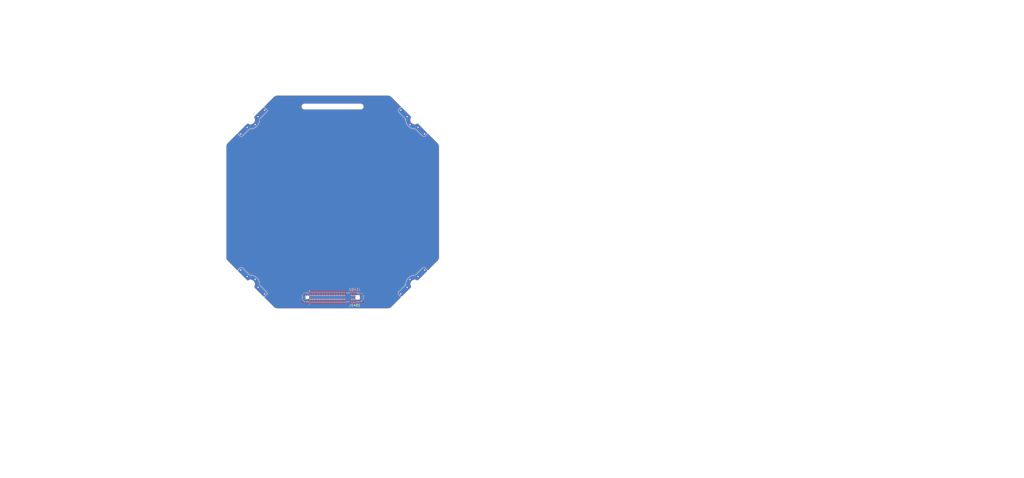
<source format=kicad_pcb>
(kicad_pcb (version 20240108) (generator "pcbnew") (generator_version "8.0")
  (title_block (title "bac PCB Template v1") (date "2025-02-26") (rev "2") (company "Build a CubeSat") (comment 1 "Manuel Imboden") (comment 2 "CC BY-SA 4.0") (comment 3 "https://buildacubesat.space"))
  (layers (0 "F.Cu" signal "F.Cu MIX") (1 "In1.Cu" power "In1.Cu GND") (2 "In2.Cu" power "In2.Cu PWR") (3 "In3.Cu" power "In3.Cu GND") (4 "In4.Cu" signal "In4.Cu SIG") (31 "B.Cu" mixed "B.Cu MIX") (34 "B.Paste" user) (35 "F.Paste" user) (36 "B.SilkS" user "B.Silkscreen") (37 "F.SilkS" user "F.Silkscreen") (38 "B.Mask" user) (39 "F.Mask" user) (44 "Edge.Cuts" user))
  (net 0 "")
  (footprint "bac MicroMod Main Board v1:bac-PCB-Rail-Pad" (layer "F.Cu") (at 182.75 132.75 -45)
    (property "Reference" "H102" (hide yes))
    (property "Value" "MountingHole_Pad")
    (pad "1" thru_hole circle (at -2.7 0.0257 315) (size 1 1) (drill 0.5) (layers "*.Cu" "*.Mask"))
    (pad "1" thru_hole circle (at -1.25 -6.7 315) (size 1 1) (drill 0.5) (layers "*.Cu" "*.Mask"))
    (pad "1" thru_hole circle (at -1.25 -3.05 315) (size 1 1) (drill 0.5) (layers "*.Cu" "*.Mask"))
    (pad "1" thru_hole circle (at -1.25 3.05 315) (size 1 1) (drill 0.5) (layers "*.Cu" "*.Mask"))
    (pad "1" thru_hole circle (at -1.25 6.7 315) (size 1 1) (drill 0.5) (layers "*.Cu" "*.Mask"))
    (pad "1" smd custom (at -1.1 -5.8 315) (size 1 1) (layers "F.Cu" "F.Mask") (options (clearance outline) (anchor circle)) (primitives (gr_poly (pts (xy 0.85 -1.06848) (xy 0.84983 -1.081517) (xy 0.848289 -1.1406) (arc (start 0.831368 -1.20375) (mid 0.810345 -1.265682) (end 0.781418 -1.32434)) (xy 0.74873 -1.380956) (xy 0.655956 -1.47373) (arc (start 0.59934 -1.506418) (mid 0.540682 -1.535345) (end 0.47875 -1.556368)) (arc (start 0.472788 -1.557966) (mid 0.415099 -1.569833) (end 0.356415 -1.574833)) (xy 0.349999 -1.575) (xy -0.649999 -1.575) (arc (start -0.656415 -1.574833) (mid -0.715099 -1.569832) (end -0.772788 -1.557965)) (xy -0.842332 -1.539331) (arc (start -0.898949 -1.506643) (mid -0.95333 -1.470307) (end -1.002502 -1.427184)) (xy -1.04873 -1.380956) (arc (start -1.081418 -1.32434) (mid -1.110345 -1.265682) (end -1.131368 -1.20375)) (xy -1.148289 -1.1406) (xy -1.14983 -1.081517) (xy -1.15 -1.06848) (xy -1.149998 3.110002) (xy -1.269759 3.212733) (xy -1.302693 3.243674) (xy -1.520493 3.467667) (xy -1.554385 3.506313) (xy -1.746105 3.749038) (xy -1.77585 3.790959) (xy -1.941637 4.052083) (xy -1.966921 4.096838) (xy -2.105022 4.373604) (xy -2.125578 4.420719) (xy -2.234532 4.710201) (xy -2.250141 4.759175) (xy -2.3288 5.058314) (xy -2.3393 5.108635) (xy -2.386829 5.414267) (xy -2.392107 5.465399) (xy -2.408006 5.774298) (xy -2.408006 5.8257) (xy -2.392107 6.134599) (xy -2.386829 6.18573) (xy -2.3393 6.491364) (xy -2.3288 6.541682) (xy -2.250143 6.840822) (xy -2.234532 6.889797) (xy -2.125579 7.179278) (xy -2.105023 7.226393) (xy -1.966923 7.503159) (xy -1.941638 7.547913) (xy -1.775852 7.809039) (xy -1.746107 7.85096) (xy -1.554388 8.093684) (xy -1.520495 8.132331) (xy -1.302695 8.356324) (xy -1.269761 8.387265) (xy -1.15 8.489996) (xy -1.15 12.674999) (arc (start -1.149833 12.681415) (mid -1.144833 12.740099) (end -1.132966 12.797788)) (arc (start -1.131368 12.80375) (mid -1.110345 12.865682) (end -1.081418 12.92434)) (xy -1.04873 12.980956) (arc (start -1.002502 13.027184) (mid -0.95333 13.070307) (end -0.898949 13.106643)) (xy -0.842332 13.139331) (xy -0.7156 13.173289) (xy -0.656517 13.17483) (xy -0.64348 13.175) (xy 0.34348 13.175) (xy 0.356517 13.17483) (xy 0.4156 13.173289) (arc (start 0.47875 13.156368) (mid 0.540682 13.135345) (end 0.59934 13.106418)) (xy 0.655956 13.07373) (arc (start 0.702184 13.027502) (mid 0.745307 12.97833) (end 0.781643 12.923949)) (xy 0.814331 12.867332) (xy 0.848289 12.7406) (xy 0.84983 12.681517) (xy 0.85 12.66848) (arc (start 0.85 7.987621) (mid 0.764378 7.707815) (end 0.536835 7.52384)) (arc (start 0.064208 7.333441) (mid -0.008566 7.296981) (end -0.074461 7.249196)) (xy -0.188413 7.151467) (xy -0.239394 7.100959) (xy -0.368611 6.953104) (xy -0.411834 6.895822) (xy -0.518556 6.730991) (xy -0.553135 6.668109) (xy -0.635161 6.4897) (xy -0.660381 6.422516) (xy -0.716023 6.2342) (xy -0.731366 6.164097) (xy -0.759476 5.969757) (xy -0.764626 5.89818) (xy -0.764626 5.701818) (xy -0.759476 5.630241) (xy -0.731366 5.4359) (xy -0.716023 5.365798) (xy -0.660381 5.177482) (xy -0.635161 5.1103) (xy -0.553135 4.931889) (xy -0.518556 4.869006) (xy -0.411836 4.704178) (xy -0.368611 4.646893) (xy -0.239393 4.499039) (xy -0.188414 4.448533) (xy -0.03936 4.320699) (xy 0.018325 4.27801) (arc (start 0.160337 4.187931) (mid 0.216258 4.157276) (end 0.275626 4.133988)) (arc (start 0.502529 4.061305) (mid 0.753896 3.879871) (end 0.85 3.585138))) (width 0) (fill yes))))
    (pad "1" smd custom (at -1.1 -5.8 315) (size 1 1) (layers "B.Cu" "B.Mask") (options (clearance outline) (anchor circle)) (primitives (gr_poly (pts (xy 0.85 -1.06848) (xy 0.84983 -1.081517) (xy 0.848289 -1.1406) (arc (start 0.831368 -1.20375) (mid 0.810345 -1.265682) (end 0.781418 -1.32434)) (xy 0.74873 -1.380956) (xy 0.655956 -1.47373) (arc (start 0.59934 -1.506418) (mid 0.540682 -1.535345) (end 0.47875 -1.556368)) (arc (start 0.472788 -1.557966) (mid 0.415099 -1.569833) (end 0.356415 -1.574833)) (xy 0.349999 -1.575) (xy -0.649999 -1.575) (arc (start -0.656415 -1.574833) (mid -0.715099 -1.569832) (end -0.772788 -1.557965)) (xy -0.842332 -1.539331) (arc (start -0.898949 -1.506643) (mid -0.95333 -1.470307) (end -1.002502 -1.427184)) (xy -1.04873 -1.380956) (arc (start -1.081418 -1.32434) (mid -1.110345 -1.265682) (end -1.131368 -1.20375)) (xy -1.148289 -1.1406) (xy -1.14983 -1.081517) (xy -1.15 -1.06848) (xy -1.149998 3.110002) (xy -1.269759 3.212733) (xy -1.302693 3.243674) (xy -1.520493 3.467667) (xy -1.554385 3.506313) (xy -1.746105 3.749038) (xy -1.77585 3.790959) (xy -1.941637 4.052083) (xy -1.966921 4.096838) (xy -2.105022 4.373604) (xy -2.125578 4.420719) (xy -2.234532 4.710201) (xy -2.250141 4.759175) (xy -2.3288 5.058314) (xy -2.3393 5.108635) (xy -2.386829 5.414267) (xy -2.392107 5.465399) (xy -2.408006 5.774298) (xy -2.408006 5.8257) (xy -2.392107 6.134599) (xy -2.386829 6.18573) (xy -2.3393 6.491364) (xy -2.3288 6.541682) (xy -2.250143 6.840822) (xy -2.234532 6.889797) (xy -2.125579 7.179278) (xy -2.105023 7.226393) (xy -1.966923 7.503159) (xy -1.941638 7.547913) (xy -1.775852 7.809039) (xy -1.746107 7.85096) (xy -1.554388 8.093684) (xy -1.520495 8.132331) (xy -1.302695 8.356324) (xy -1.269761 8.387265) (xy -1.15 8.489996) (xy -1.15 12.674999) (arc (start -1.149833 12.681415) (mid -1.144833 12.740099) (end -1.132966 12.797788)) (arc (start -1.131368 12.80375) (mid -1.110345 12.865682) (end -1.081418 12.92434)) (xy -1.04873 12.980956) (arc (start -1.002502 13.027184) (mid -0.95333 13.070307) (end -0.898949 13.106643)) (xy -0.842332 13.139331) (xy -0.7156 13.173289) (xy -0.656517 13.17483) (xy -0.64348 13.175) (xy 0.34348 13.175) (xy 0.356517 13.17483) (xy 0.4156 13.173289) (arc (start 0.47875 13.156368) (mid 0.540682 13.135345) (end 0.59934 13.106418)) (xy 0.655956 13.07373) (arc (start 0.702184 13.027502) (mid 0.745307 12.97833) (end 0.781643 12.923949)) (xy 0.814331 12.867332) (xy 0.848289 12.7406) (xy 0.84983 12.681517) (xy 0.85 12.66848) (arc (start 0.85 7.987621) (mid 0.764378 7.707815) (end 0.536835 7.52384)) (arc (start 0.064208 7.333441) (mid -0.008566 7.296981) (end -0.074461 7.249196)) (xy -0.188413 7.151467) (xy -0.239394 7.100959) (xy -0.368611 6.953104) (xy -0.411834 6.895822) (xy -0.518556 6.730991) (xy -0.553135 6.668109) (xy -0.635161 6.4897) (xy -0.660381 6.422516) (xy -0.716023 6.2342) (xy -0.731366 6.164097) (xy -0.759476 5.969757) (xy -0.764626 5.89818) (xy -0.764626 5.701818) (xy -0.759476 5.630241) (xy -0.731366 5.4359) (xy -0.716023 5.365798) (xy -0.660381 5.177482) (xy -0.635161 5.1103) (xy -0.553135 4.931889) (xy -0.518556 4.869006) (xy -0.411836 4.704178) (xy -0.368611 4.646893) (xy -0.239393 4.499039) (xy -0.188414 4.448533) (xy -0.03936 4.320699) (xy 0.018325 4.27801) (arc (start 0.160337 4.187931) (mid 0.216258 4.157276) (end 0.275626 4.133988)) (arc (start 0.502529 4.061305) (mid 0.753896 3.879871) (end 0.85 3.585138))) (width 0) (fill yes))))
  )
  (footprint "bac EPS v1:bac-M.2-Key-M-bacBus-Connector-ReflowSolder" (layer "F.Cu") (at 150 138 180)
    (property "Reference" "J1401" (at -8.825 -3.135 180) (layer "F.SilkS"))
    (property "Value" "MDT350M01001VT")
    (fp_line (start 11.3 -1.75) (end 11.905 -1.145) (stroke (width 0.127)) (layer "F.SilkS"))
    (fp_line (start 10.5 1.75) (end 9.75 1.75) (stroke (width 0.127)) (layer "F.SilkS"))
    (fp_line (start 9.47 -1.75) (end 11.3 -1.75) (stroke (width 0.127)) (layer "F.SilkS"))
    (fp_line (start -6.7 1.75) (end -5.3 1.75) (stroke (width 0.127)) (layer "F.SilkS"))
    (fp_line (start -6.9 -1.75) (end -5.6 -1.75) (stroke (width 0.127)) (layer "F.SilkS"))
    (fp_line (start -10.5 1.75) (end -9.75 1.75) (stroke (width 0.127)) (layer "F.SilkS"))
    (fp_line (start -11.3 -1.75) (end -9.47 -1.75) (stroke (width 0.127)) (layer "F.SilkS"))
    (fp_line (start -11.905 -1.145) (end -11.3 -1.75) (stroke (width 0.127)) (layer "F.SilkS"))
    (fp_circle (center 9.25 2.619) (end 9.35 2.619) (stroke (width 0.2)) (fill none) (layer "F.SilkS"))
    (pad "" np_thru_hole circle (at -10 0 180) (size 1.65 1.65) (drill 1.65) (layers "*.Cu" "*.Mask"))
    (pad "" np_thru_hole circle (at 10 0 180) (size 1.15 1.15) (drill 1.15) (layers "*.Cu" "*.Mask"))
    (pad "1" smd rect (at 9.25 1.4 180) (size 0.3 1.2) (layers "F.Cu" "F.Paste" "F.Mask"))
    (pad "2" smd rect (at 9 -1.4 180) (size 0.3 1.2) (layers "F.Cu" "F.Paste" "F.Mask"))
    (pad "3" smd rect (at 8.75 1.4 180) (size 0.3 1.2) (layers "F.Cu" "F.Paste" "F.Mask"))
    (pad "4" smd rect (at 8.5 -1.4 180) (size 0.3 1.2) (layers "F.Cu" "F.Paste" "F.Mask"))
    (pad "5" smd rect (at 8.25 1.4 180) (size 0.3 1.2) (layers "F.Cu" "F.Paste" "F.Mask"))
    (pad "6" smd rect (at 8 -1.4 180) (size 0.3 1.2) (layers "F.Cu" "F.Paste" "F.Mask"))
    (pad "7" smd rect (at 7.75 1.4 180) (size 0.3 1.2) (layers "F.Cu" "F.Paste" "F.Mask"))
    (pad "8" smd rect (at 7.5 -1.4 180) (size 0.3 1.2) (layers "F.Cu" "F.Paste" "F.Mask"))
    (pad "9" smd rect (at 7.25 1.4 180) (size 0.3 1.2) (layers "F.Cu" "F.Paste" "F.Mask"))
    (pad "10" smd rect (at 7 -1.4 180) (size 0.3 1.2) (layers "F.Cu" "F.Paste" "F.Mask"))
    (pad "11" smd rect (at 6.75 1.4 180) (size 0.3 1.2) (layers "F.Cu" "F.Paste" "F.Mask"))
    (pad "12" smd rect (at 6.5 -1.4 180) (size 0.3 1.2) (layers "F.Cu" "F.Paste" "F.Mask"))
    (pad "13" smd rect (at 6.25 1.4 180) (size 0.3 1.2) (layers "F.Cu" "F.Paste" "F.Mask"))
    (pad "14" smd rect (at 6 -1.4 180) (size 0.3 1.2) (layers "F.Cu" "F.Paste" "F.Mask"))
    (pad "15" smd rect (at 5.75 1.4 180) (size 0.3 1.2) (layers "F.Cu" "F.Paste" "F.Mask"))
    (pad "16" smd rect (at 5.5 -1.4 180) (size 0.3 1.2) (layers "F.Cu" "F.Paste" "F.Mask"))
    (pad "17" smd rect (at 5.25 1.4 180) (size 0.3 1.2) (layers "F.Cu" "F.Paste" "F.Mask"))
    (pad "18" smd rect (at 5 -1.4 180) (size 0.3 1.2) (layers "F.Cu" "F.Paste" "F.Mask"))
    (pad "19" smd rect (at 4.75 1.4 180) (size 0.3 1.2) (layers "F.Cu" "F.Paste" "F.Mask"))
    (pad "20" smd rect (at 4.5 -1.4 180) (size 0.3 1.2) (layers "F.Cu" "F.Paste" "F.Mask"))
    (pad "21" smd rect (at 4.25 1.4 180) (size 0.3 1.2) (layers "F.Cu" "F.Paste" "F.Mask"))
    (pad "22" smd rect (at 4 -1.4 180) (size 0.3 1.2) (layers "F.Cu" "F.Paste" "F.Mask"))
    (pad "23" smd rect (at 3.75 1.4 180) (size 0.3 1.2) (layers "F.Cu" "F.Paste" "F.Mask"))
    (pad "24" smd rect (at 3.5 -1.4 180) (size 0.3 1.2) (layers "F.Cu" "F.Paste" "F.Mask"))
    (pad "25" smd rect (at 3.25 1.4 180) (size 0.3 1.2) (layers "F.Cu" "F.Paste" "F.Mask"))
    (pad "26" smd rect (at 3 -1.4 180) (size 0.3 1.2) (layers "F.Cu" "F.Paste" "F.Mask"))
    (pad "27" smd rect (at 2.75 1.4 180) (size 0.3 1.2) (layers "F.Cu" "F.Paste" "F.Mask"))
    (pad "28" smd rect (at 2.5 -1.4 180) (size 0.3 1.2) (layers "F.Cu" "F.Paste" "F.Mask"))
    (pad "29" smd rect (at 2.25 1.4 180) (size 0.3 1.2) (layers "F.Cu" "F.Paste" "F.Mask"))
    (pad "30" smd rect (at 2 -1.4 180) (size 0.3 1.2) (layers "F.Cu" "F.Paste" "F.Mask"))
    (pad "31" smd rect (at 1.75 1.4 180) (size 0.3 1.2) (layers "F.Cu" "F.Paste" "F.Mask"))
    (pad "32" smd rect (at 1.5 -1.4 180) (size 0.3 1.2) (layers "F.Cu" "F.Paste" "F.Mask"))
    (pad "33" smd rect (at 1.25 1.4 180) (size 0.3 1.2) (layers "F.Cu" "F.Paste" "F.Mask"))
    (pad "34" smd rect (at 1 -1.4 180) (size 0.3 1.2) (layers "F.Cu" "F.Paste" "F.Mask"))
    (pad "35" smd rect (at 0.75 1.4 180) (size 0.3 1.2) (layers "F.Cu" "F.Paste" "F.Mask"))
    (pad "36" smd rect (at 0.5 -1.4 180) (size 0.3 1.2) (layers "F.Cu" "F.Paste" "F.Mask"))
    (pad "37" smd rect (at 0.25 1.4 180) (size 0.3 1.2) (layers "F.Cu" "F.Paste" "F.Mask"))
    (pad "38" smd rect (at 0 -1.4 180) (size 0.3 1.2) (layers "F.Cu" "F.Paste" "F.Mask"))
    (pad "39" smd rect (at -0.25 1.4 180) (size 0.3 1.2) (layers "F.Cu" "F.Paste" "F.Mask"))
    (pad "40" smd rect (at -0.5 -1.4 180) (size 0.3 1.2) (layers "F.Cu" "F.Paste" "F.Mask"))
    (pad "41" smd rect (at -0.75 1.4 180) (size 0.3 1.2) (layers "F.Cu" "F.Paste" "F.Mask"))
    (pad "42" smd rect (at -1 -1.4 180) (size 0.3 1.2) (layers "F.Cu" "F.Paste" "F.Mask"))
    (pad "43" smd rect (at -1.25 1.4 180) (size 0.3 1.2) (layers "F.Cu" "F.Paste" "F.Mask"))
    (pad "44" smd rect (at -1.5 -1.4 180) (size 0.3 1.2) (layers "F.Cu" "F.Paste" "F.Mask"))
    (pad "45" smd rect (at -1.75 1.4 180) (size 0.3 1.2) (layers "F.Cu" "F.Paste" "F.Mask"))
    (pad "46" smd rect (at -2 -1.4 180) (size 0.3 1.2) (layers "F.Cu" "F.Paste" "F.Mask"))
    (pad "47" smd rect (at -2.25 1.4 180) (size 0.3 1.2) (layers "F.Cu" "F.Paste" "F.Mask"))
    (pad "48" smd rect (at -2.5 -1.4 180) (size 0.3 1.2) (layers "F.Cu" "F.Paste" "F.Mask"))
    (pad "49" smd rect (at -2.75 1.4 180) (size 0.3 1.2) (layers "F.Cu" "F.Paste" "F.Mask"))
    (pad "50" smd rect (at -3 -1.4 180) (size 0.3 1.2) (layers "F.Cu" "F.Paste" "F.Mask"))
    (pad "51" smd rect (at -3.25 1.4 180) (size 0.3 1.2) (layers "F.Cu" "F.Paste" "F.Mask"))
    (pad "52" smd rect (at -3.5 -1.4 180) (size 0.3 1.2) (layers "F.Cu" "F.Paste" "F.Mask"))
    (pad "53" smd rect (at -3.75 1.4 180) (size 0.3 1.2) (layers "F.Cu" "F.Paste" "F.Mask"))
    (pad "54" smd rect (at -4 -1.4 180) (size 0.3 1.2) (layers "F.Cu" "F.Paste" "F.Mask"))
    (pad "55" smd rect (at -4.25 1.4 180) (size 0.3 1.2) (layers "F.Cu" "F.Paste" "F.Mask"))
    (pad "56" smd rect (at -4.5 -1.4 180) (size 0.3 1.2) (layers "F.Cu" "F.Paste" "F.Mask"))
    (pad "57" smd rect (at -4.75 1.4 180) (size 0.3 1.2) (layers "F.Cu" "F.Paste" "F.Mask"))
    (pad "58" smd rect (at -5 -1.4 180) (size 0.3 1.2) (layers "F.Cu" "F.Paste" "F.Mask"))
    (pad "67" smd rect (at -7.25 1.4 180) (size 0.3 1.2) (layers "F.Cu" "F.Paste" "F.Mask"))
    (pad "68" smd rect (at -7.5 -1.4 180) (size 0.3 1.2) (layers "F.Cu" "F.Paste" "F.Mask"))
    (pad "69" smd rect (at -7.75 1.4 180) (size 0.3 1.2) (layers "F.Cu" "F.Paste" "F.Mask"))
    (pad "70" smd rect (at -8 -1.4 180) (size 0.3 1.2) (layers "F.Cu" "F.Paste" "F.Mask"))
    (pad "71" smd rect (at -8.25 1.4 180) (size 0.3 1.2) (layers "F.Cu" "F.Paste" "F.Mask"))
    (pad "72" smd rect (at -8.5 -1.4 180) (size 0.3 1.2) (layers "F.Cu" "F.Paste" "F.Mask"))
    (pad "73" smd rect (at -8.75 1.4 180) (size 0.3 1.2) (layers "F.Cu" "F.Paste" "F.Mask"))
    (pad "74" smd rect (at -9 -1.4 180) (size 0.3 1.2) (layers "F.Cu" "F.Paste" "F.Mask"))
    (pad "75" smd rect (at -9.25 1.4 180) (size 0.3 1.2) (layers "F.Cu" "F.Paste" "F.Mask"))
    (pad "S1" smd rect (at -11.45 0.55 180) (size 1.2 2.75) (layers "F.Cu" "F.Paste" "F.Mask"))
    (pad "S2" smd rect (at 11.45 0.55 180) (size 1.2 2.75) (layers "F.Cu" "F.Paste" "F.Mask"))
  )
  (footprint "bac MicroMod Main Board v1:bac-PCB-Rail-Pad" (layer "F.Cu") (at 182.75 67.275 45)
    (property "Reference" "H103" (hide yes))
    (property "Value" "MountingHole_Pad")
    (pad "1" thru_hole circle (at -2.7 0.0257 45) (size 1 1) (drill 0.5) (layers "*.Cu" "*.Mask"))
    (pad "1" thru_hole circle (at -1.25 -6.7 45) (size 1 1) (drill 0.5) (layers "*.Cu" "*.Mask"))
    (pad "1" thru_hole circle (at -1.25 -3.05 45) (size 1 1) (drill 0.5) (layers "*.Cu" "*.Mask"))
    (pad "1" thru_hole circle (at -1.25 3.05 45) (size 1 1) (drill 0.5) (layers "*.Cu" "*.Mask"))
    (pad "1" thru_hole circle (at -1.25 6.7 45) (size 1 1) (drill 0.5) (layers "*.Cu" "*.Mask"))
    (pad "1" smd custom (at -1.1 -5.8 45) (size 1 1) (layers "F.Cu" "F.Mask") (options (clearance outline) (anchor circle)) (primitives (gr_poly (pts (xy 0.85 -1.06848) (xy 0.84983 -1.081517) (xy 0.848289 -1.1406) (arc (start 0.831368 -1.20375) (mid 0.810345 -1.265682) (end 0.781418 -1.32434)) (xy 0.74873 -1.380956) (xy 0.655956 -1.47373) (arc (start 0.59934 -1.506418) (mid 0.540682 -1.535345) (end 0.47875 -1.556368)) (arc (start 0.472788 -1.557966) (mid 0.415099 -1.569833) (end 0.356415 -1.574833)) (xy 0.349999 -1.575) (xy -0.649999 -1.575) (arc (start -0.656415 -1.574833) (mid -0.715099 -1.569832) (end -0.772788 -1.557965)) (xy -0.842332 -1.539331) (arc (start -0.898949 -1.506643) (mid -0.95333 -1.470307) (end -1.002502 -1.427184)) (xy -1.04873 -1.380956) (arc (start -1.081418 -1.32434) (mid -1.110345 -1.265682) (end -1.131368 -1.20375)) (xy -1.148289 -1.1406) (xy -1.14983 -1.081517) (xy -1.15 -1.06848) (xy -1.149998 3.110002) (xy -1.269759 3.212733) (xy -1.302693 3.243674) (xy -1.520493 3.467667) (xy -1.554385 3.506313) (xy -1.746105 3.749038) (xy -1.77585 3.790959) (xy -1.941637 4.052083) (xy -1.966921 4.096838) (xy -2.105022 4.373604) (xy -2.125578 4.420719) (xy -2.234532 4.710201) (xy -2.250141 4.759175) (xy -2.3288 5.058314) (xy -2.3393 5.108635) (xy -2.386829 5.414267) (xy -2.392107 5.465399) (xy -2.408006 5.774298) (xy -2.408006 5.8257) (xy -2.392107 6.134599) (xy -2.386829 6.18573) (xy -2.3393 6.491364) (xy -2.3288 6.541682) (xy -2.250143 6.840822) (xy -2.234532 6.889797) (xy -2.125579 7.179278) (xy -2.105023 7.226393) (xy -1.966923 7.503159) (xy -1.941638 7.547913) (xy -1.775852 7.809039) (xy -1.746107 7.85096) (xy -1.554388 8.093684) (xy -1.520495 8.132331) (xy -1.302695 8.356324) (xy -1.269761 8.387265) (xy -1.15 8.489996) (xy -1.15 12.674999) (arc (start -1.149833 12.681415) (mid -1.144833 12.740099) (end -1.132966 12.797788)) (arc (start -1.131368 12.80375) (mid -1.110345 12.865682) (end -1.081418 12.92434)) (xy -1.04873 12.980956) (arc (start -1.002502 13.027184) (mid -0.95333 13.070307) (end -0.898949 13.106643)) (xy -0.842332 13.139331) (xy -0.7156 13.173289) (xy -0.656517 13.17483) (xy -0.64348 13.175) (xy 0.34348 13.175) (xy 0.356517 13.17483) (xy 0.4156 13.173289) (arc (start 0.47875 13.156368) (mid 0.540682 13.135345) (end 0.59934 13.106418)) (xy 0.655956 13.07373) (arc (start 0.702184 13.027502) (mid 0.745307 12.97833) (end 0.781643 12.923949)) (xy 0.814331 12.867332) (xy 0.848289 12.7406) (xy 0.84983 12.681517) (xy 0.85 12.66848) (arc (start 0.85 7.987621) (mid 0.764378 7.707815) (end 0.536835 7.52384)) (arc (start 0.064208 7.333441) (mid -0.008566 7.296981) (end -0.074461 7.249196)) (xy -0.188413 7.151467) (xy -0.239394 7.100959) (xy -0.368611 6.953104) (xy -0.411834 6.895822) (xy -0.518556 6.730991) (xy -0.553135 6.668109) (xy -0.635161 6.4897) (xy -0.660381 6.422516) (xy -0.716023 6.2342) (xy -0.731366 6.164097) (xy -0.759476 5.969757) (xy -0.764626 5.89818) (xy -0.764626 5.701818) (xy -0.759476 5.630241) (xy -0.731366 5.4359) (xy -0.716023 5.365798) (xy -0.660381 5.177482) (xy -0.635161 5.1103) (xy -0.553135 4.931889) (xy -0.518556 4.869006) (xy -0.411836 4.704178) (xy -0.368611 4.646893) (xy -0.239393 4.499039) (xy -0.188414 4.448533) (xy -0.03936 4.320699) (xy 0.018325 4.27801) (arc (start 0.160337 4.187931) (mid 0.216258 4.157276) (end 0.275626 4.133988)) (arc (start 0.502529 4.061305) (mid 0.753896 3.879871) (end 0.85 3.585138))) (width 0) (fill yes))))
    (pad "1" smd custom (at -1.1 -5.8 45) (size 1 1) (layers "B.Cu" "B.Mask") (options (clearance outline) (anchor circle)) (primitives (gr_poly (pts (xy 0.85 -1.06848) (xy 0.84983 -1.081517) (xy 0.848289 -1.1406) (arc (start 0.831368 -1.20375) (mid 0.810345 -1.265682) (end 0.781418 -1.32434)) (xy 0.74873 -1.380956) (xy 0.655956 -1.47373) (arc (start 0.59934 -1.506418) (mid 0.540682 -1.535345) (end 0.47875 -1.556368)) (arc (start 0.472788 -1.557966) (mid 0.415099 -1.569833) (end 0.356415 -1.574833)) (xy 0.349999 -1.575) (xy -0.649999 -1.575) (arc (start -0.656415 -1.574833) (mid -0.715099 -1.569832) (end -0.772788 -1.557965)) (xy -0.842332 -1.539331) (arc (start -0.898949 -1.506643) (mid -0.95333 -1.470307) (end -1.002502 -1.427184)) (xy -1.04873 -1.380956) (arc (start -1.081418 -1.32434) (mid -1.110345 -1.265682) (end -1.131368 -1.20375)) (xy -1.148289 -1.1406) (xy -1.14983 -1.081517) (xy -1.15 -1.06848) (xy -1.149998 3.110002) (xy -1.269759 3.212733) (xy -1.302693 3.243674) (xy -1.520493 3.467667) (xy -1.554385 3.506313) (xy -1.746105 3.749038) (xy -1.77585 3.790959) (xy -1.941637 4.052083) (xy -1.966921 4.096838) (xy -2.105022 4.373604) (xy -2.125578 4.420719) (xy -2.234532 4.710201) (xy -2.250141 4.759175) (xy -2.3288 5.058314) (xy -2.3393 5.108635) (xy -2.386829 5.414267) (xy -2.392107 5.465399) (xy -2.408006 5.774298) (xy -2.408006 5.8257) (xy -2.392107 6.134599) (xy -2.386829 6.18573) (xy -2.3393 6.491364) (xy -2.3288 6.541682) (xy -2.250143 6.840822) (xy -2.234532 6.889797) (xy -2.125579 7.179278) (xy -2.105023 7.226393) (xy -1.966923 7.503159) (xy -1.941638 7.547913) (xy -1.775852 7.809039) (xy -1.746107 7.85096) (xy -1.554388 8.093684) (xy -1.520495 8.132331) (xy -1.302695 8.356324) (xy -1.269761 8.387265) (xy -1.15 8.489996) (xy -1.15 12.674999) (arc (start -1.149833 12.681415) (mid -1.144833 12.740099) (end -1.132966 12.797788)) (arc (start -1.131368 12.80375) (mid -1.110345 12.865682) (end -1.081418 12.92434)) (xy -1.04873 12.980956) (arc (start -1.002502 13.027184) (mid -0.95333 13.070307) (end -0.898949 13.106643)) (xy -0.842332 13.139331) (xy -0.7156 13.173289) (xy -0.656517 13.17483) (xy -0.64348 13.175) (xy 0.34348 13.175) (xy 0.356517 13.17483) (xy 0.4156 13.173289) (arc (start 0.47875 13.156368) (mid 0.540682 13.135345) (end 0.59934 13.106418)) (xy 0.655956 13.07373) (arc (start 0.702184 13.027502) (mid 0.745307 12.97833) (end 0.781643 12.923949)) (xy 0.814331 12.867332) (xy 0.848289 12.7406) (xy 0.84983 12.681517) (xy 0.85 12.66848) (arc (start 0.85 7.987621) (mid 0.764378 7.707815) (end 0.536835 7.52384)) (arc (start 0.064208 7.333441) (mid -0.008566 7.296981) (end -0.074461 7.249196)) (xy -0.188413 7.151467) (xy -0.239394 7.100959) (xy -0.368611 6.953104) (xy -0.411834 6.895822) (xy -0.518556 6.730991) (xy -0.553135 6.668109) (xy -0.635161 6.4897) (xy -0.660381 6.422516) (xy -0.716023 6.2342) (xy -0.731366 6.164097) (xy -0.759476 5.969757) (xy -0.764626 5.89818) (xy -0.764626 5.701818) (xy -0.759476 5.630241) (xy -0.731366 5.4359) (xy -0.716023 5.365798) (xy -0.660381 5.177482) (xy -0.635161 5.1103) (xy -0.553135 4.931889) (xy -0.518556 4.869006) (xy -0.411836 4.704178) (xy -0.368611 4.646893) (xy -0.239393 4.499039) (xy -0.188414 4.448533) (xy -0.03936 4.320699) (xy 0.018325 4.27801) (arc (start 0.160337 4.187931) (mid 0.216258 4.157276) (end 0.275626 4.133988)) (arc (start 0.502529 4.061305) (mid 0.753896 3.879871) (end 0.85 3.585138))) (width 0) (fill yes))))
  )
  (footprint "bac MicroMod Main Board v1:bac-PCB-Rail-Pad" (layer "F.Cu") (at 117.25 132.75 -135)
    (property "Reference" "H101" (hide yes))
    (property "Value" "MountingHole_Pad")
    (pad "1" thru_hole circle (at -2.7 0.0257 225) (size 1 1) (drill 0.5) (layers "*.Cu" "*.Mask"))
    (pad "1" thru_hole circle (at -1.25 -6.7 225) (size 1 1) (drill 0.5) (layers "*.Cu" "*.Mask"))
    (pad "1" thru_hole circle (at -1.25 -3.05 225) (size 1 1) (drill 0.5) (layers "*.Cu" "*.Mask"))
    (pad "1" thru_hole circle (at -1.25 3.05 225) (size 1 1) (drill 0.5) (layers "*.Cu" "*.Mask"))
    (pad "1" thru_hole circle (at -1.25 6.7 225) (size 1 1) (drill 0.5) (layers "*.Cu" "*.Mask"))
    (pad "1" smd custom (at -1.1 -5.8 225) (size 1 1) (layers "F.Cu" "F.Mask") (options (clearance outline) (anchor circle)) (primitives (gr_poly (pts (xy 0.85 -1.06848) (xy 0.84983 -1.081517) (xy 0.848289 -1.1406) (arc (start 0.831368 -1.20375) (mid 0.810345 -1.265682) (end 0.781418 -1.32434)) (xy 0.74873 -1.380956) (xy 0.655956 -1.47373) (arc (start 0.59934 -1.506418) (mid 0.540682 -1.535345) (end 0.47875 -1.556368)) (arc (start 0.472788 -1.557966) (mid 0.415099 -1.569833) (end 0.356415 -1.574833)) (xy 0.349999 -1.575) (xy -0.649999 -1.575) (arc (start -0.656415 -1.574833) (mid -0.715099 -1.569832) (end -0.772788 -1.557965)) (xy -0.842332 -1.539331) (arc (start -0.898949 -1.506643) (mid -0.95333 -1.470307) (end -1.002502 -1.427184)) (xy -1.04873 -1.380956) (arc (start -1.081418 -1.32434) (mid -1.110345 -1.265682) (end -1.131368 -1.20375)) (xy -1.148289 -1.1406) (xy -1.14983 -1.081517) (xy -1.15 -1.06848) (xy -1.149998 3.110002) (xy -1.269759 3.212733) (xy -1.302693 3.243674) (xy -1.520493 3.467667) (xy -1.554385 3.506313) (xy -1.746105 3.749038) (xy -1.77585 3.790959) (xy -1.941637 4.052083) (xy -1.966921 4.096838) (xy -2.105022 4.373604) (xy -2.125578 4.420719) (xy -2.234532 4.710201) (xy -2.250141 4.759175) (xy -2.3288 5.058314) (xy -2.3393 5.108635) (xy -2.386829 5.414267) (xy -2.392107 5.465399) (xy -2.408006 5.774298) (xy -2.408006 5.8257) (xy -2.392107 6.134599) (xy -2.386829 6.18573) (xy -2.3393 6.491364) (xy -2.3288 6.541682) (xy -2.250143 6.840822) (xy -2.234532 6.889797) (xy -2.125579 7.179278) (xy -2.105023 7.226393) (xy -1.966923 7.503159) (xy -1.941638 7.547913) (xy -1.775852 7.809039) (xy -1.746107 7.85096) (xy -1.554388 8.093684) (xy -1.520495 8.132331) (xy -1.302695 8.356324) (xy -1.269761 8.387265) (xy -1.15 8.489996) (xy -1.15 12.674999) (arc (start -1.149833 12.681415) (mid -1.144833 12.740099) (end -1.132966 12.797788)) (arc (start -1.131368 12.80375) (mid -1.110345 12.865682) (end -1.081418 12.92434)) (xy -1.04873 12.980956) (arc (start -1.002502 13.027184) (mid -0.95333 13.070307) (end -0.898949 13.106643)) (xy -0.842332 13.139331) (xy -0.7156 13.173289) (xy -0.656517 13.17483) (xy -0.64348 13.175) (xy 0.34348 13.175) (xy 0.356517 13.17483) (xy 0.4156 13.173289) (arc (start 0.47875 13.156368) (mid 0.540682 13.135345) (end 0.59934 13.106418)) (xy 0.655956 13.07373) (arc (start 0.702184 13.027502) (mid 0.745307 12.97833) (end 0.781643 12.923949)) (xy 0.814331 12.867332) (xy 0.848289 12.7406) (xy 0.84983 12.681517) (xy 0.85 12.66848) (arc (start 0.85 7.987621) (mid 0.764378 7.707815) (end 0.536835 7.52384)) (arc (start 0.064208 7.333441) (mid -0.008566 7.296981) (end -0.074461 7.249196)) (xy -0.188413 7.151467) (xy -0.239394 7.100959) (xy -0.368611 6.953104) (xy -0.411834 6.895822) (xy -0.518556 6.730991) (xy -0.553135 6.668109) (xy -0.635161 6.4897) (xy -0.660381 6.422516) (xy -0.716023 6.2342) (xy -0.731366 6.164097) (xy -0.759476 5.969757) (xy -0.764626 5.89818) (xy -0.764626 5.701818) (xy -0.759476 5.630241) (xy -0.731366 5.4359) (xy -0.716023 5.365798) (xy -0.660381 5.177482) (xy -0.635161 5.1103) (xy -0.553135 4.931889) (xy -0.518556 4.869006) (xy -0.411836 4.704178) (xy -0.368611 4.646893) (xy -0.239393 4.499039) (xy -0.188414 4.448533) (xy -0.03936 4.320699) (xy 0.018325 4.27801) (arc (start 0.160337 4.187931) (mid 0.216258 4.157276) (end 0.275626 4.133988)) (arc (start 0.502529 4.061305) (mid 0.753896 3.879871) (end 0.85 3.585138))) (width 0) (fill yes))))
    (pad "1" smd custom (at -1.1 -5.8 225) (size 1 1) (layers "B.Cu" "B.Mask") (options (clearance outline) (anchor circle)) (primitives (gr_poly (pts (xy 0.85 -1.06848) (xy 0.84983 -1.081517) (xy 0.848289 -1.1406) (arc (start 0.831368 -1.20375) (mid 0.810345 -1.265682) (end 0.781418 -1.32434)) (xy 0.74873 -1.380956) (xy 0.655956 -1.47373) (arc (start 0.59934 -1.506418) (mid 0.540682 -1.535345) (end 0.47875 -1.556368)) (arc (start 0.472788 -1.557966) (mid 0.415099 -1.569833) (end 0.356415 -1.574833)) (xy 0.349999 -1.575) (xy -0.649999 -1.575) (arc (start -0.656415 -1.574833) (mid -0.715099 -1.569832) (end -0.772788 -1.557965)) (xy -0.842332 -1.539331) (arc (start -0.898949 -1.506643) (mid -0.95333 -1.470307) (end -1.002502 -1.427184)) (xy -1.04873 -1.380956) (arc (start -1.081418 -1.32434) (mid -1.110345 -1.265682) (end -1.131368 -1.20375)) (xy -1.148289 -1.1406) (xy -1.14983 -1.081517) (xy -1.15 -1.06848) (xy -1.149998 3.110002) (xy -1.269759 3.212733) (xy -1.302693 3.243674) (xy -1.520493 3.467667) (xy -1.554385 3.506313) (xy -1.746105 3.749038) (xy -1.77585 3.790959) (xy -1.941637 4.052083) (xy -1.966921 4.096838) (xy -2.105022 4.373604) (xy -2.125578 4.420719) (xy -2.234532 4.710201) (xy -2.250141 4.759175) (xy -2.3288 5.058314) (xy -2.3393 5.108635) (xy -2.386829 5.414267) (xy -2.392107 5.465399) (xy -2.408006 5.774298) (xy -2.408006 5.8257) (xy -2.392107 6.134599) (xy -2.386829 6.18573) (xy -2.3393 6.491364) (xy -2.3288 6.541682) (xy -2.250143 6.840822) (xy -2.234532 6.889797) (xy -2.125579 7.179278) (xy -2.105023 7.226393) (xy -1.966923 7.503159) (xy -1.941638 7.547913) (xy -1.775852 7.809039) (xy -1.746107 7.85096) (xy -1.554388 8.093684) (xy -1.520495 8.132331) (xy -1.302695 8.356324) (xy -1.269761 8.387265) (xy -1.15 8.489996) (xy -1.15 12.674999) (arc (start -1.149833 12.681415) (mid -1.144833 12.740099) (end -1.132966 12.797788)) (arc (start -1.131368 12.80375) (mid -1.110345 12.865682) (end -1.081418 12.92434)) (xy -1.04873 12.980956) (arc (start -1.002502 13.027184) (mid -0.95333 13.070307) (end -0.898949 13.106643)) (xy -0.842332 13.139331) (xy -0.7156 13.173289) (xy -0.656517 13.17483) (xy -0.64348 13.175) (xy 0.34348 13.175) (xy 0.356517 13.17483) (xy 0.4156 13.173289) (arc (start 0.47875 13.156368) (mid 0.540682 13.135345) (end 0.59934 13.106418)) (xy 0.655956 13.07373) (arc (start 0.702184 13.027502) (mid 0.745307 12.97833) (end 0.781643 12.923949)) (xy 0.814331 12.867332) (xy 0.848289 12.7406) (xy 0.84983 12.681517) (xy 0.85 12.66848) (arc (start 0.85 7.987621) (mid 0.764378 7.707815) (end 0.536835 7.52384)) (arc (start 0.064208 7.333441) (mid -0.008566 7.296981) (end -0.074461 7.249196)) (xy -0.188413 7.151467) (xy -0.239394 7.100959) (xy -0.368611 6.953104) (xy -0.411834 6.895822) (xy -0.518556 6.730991) (xy -0.553135 6.668109) (xy -0.635161 6.4897) (xy -0.660381 6.422516) (xy -0.716023 6.2342) (xy -0.731366 6.164097) (xy -0.759476 5.969757) (xy -0.764626 5.89818) (xy -0.764626 5.701818) (xy -0.759476 5.630241) (xy -0.731366 5.4359) (xy -0.716023 5.365798) (xy -0.660381 5.177482) (xy -0.635161 5.1103) (xy -0.553135 4.931889) (xy -0.518556 4.869006) (xy -0.411836 4.704178) (xy -0.368611 4.646893) (xy -0.239393 4.499039) (xy -0.188414 4.448533) (xy -0.03936 4.320699) (xy 0.018325 4.27801) (arc (start 0.160337 4.187931) (mid 0.216258 4.157276) (end 0.275626 4.133988)) (arc (start 0.502529 4.061305) (mid 0.753896 3.879871) (end 0.85 3.585138))) (width 0) (fill yes))))
  )
  (footprint "bac MicroMod Main Board v1:bac-PCB-Rail-Pad" (layer "F.Cu") (at 117.25 67.275 135)
    (property "Reference" "H104" (hide yes))
    (property "Value" "MountingHole_Pad")
    (pad "1" thru_hole circle (at -2.7 0.0257 135) (size 1 1) (drill 0.5) (layers "*.Cu" "*.Mask"))
    (pad "1" thru_hole circle (at -1.25 -6.7 135) (size 1 1) (drill 0.5) (layers "*.Cu" "*.Mask"))
    (pad "1" thru_hole circle (at -1.25 -3.05 135) (size 1 1) (drill 0.5) (layers "*.Cu" "*.Mask"))
    (pad "1" thru_hole circle (at -1.25 3.05 135) (size 1 1) (drill 0.5) (layers "*.Cu" "*.Mask"))
    (pad "1" thru_hole circle (at -1.25 6.7 135) (size 1 1) (drill 0.5) (layers "*.Cu" "*.Mask"))
    (pad "1" smd custom (at -1.1 -5.8 135) (size 1 1) (layers "F.Cu" "F.Mask") (options (clearance outline) (anchor circle)) (primitives (gr_poly (pts (xy 0.85 -1.06848) (xy 0.84983 -1.081517) (xy 0.848289 -1.1406) (arc (start 0.831368 -1.20375) (mid 0.810345 -1.265682) (end 0.781418 -1.32434)) (xy 0.74873 -1.380956) (xy 0.655956 -1.47373) (arc (start 0.59934 -1.506418) (mid 0.540682 -1.535345) (end 0.47875 -1.556368)) (arc (start 0.472788 -1.557966) (mid 0.415099 -1.569833) (end 0.356415 -1.574833)) (xy 0.349999 -1.575) (xy -0.649999 -1.575) (arc (start -0.656415 -1.574833) (mid -0.715099 -1.569832) (end -0.772788 -1.557965)) (xy -0.842332 -1.539331) (arc (start -0.898949 -1.506643) (mid -0.95333 -1.470307) (end -1.002502 -1.427184)) (xy -1.04873 -1.380956) (arc (start -1.081418 -1.32434) (mid -1.110345 -1.265682) (end -1.131368 -1.20375)) (xy -1.148289 -1.1406) (xy -1.14983 -1.081517) (xy -1.15 -1.06848) (xy -1.149998 3.110002) (xy -1.269759 3.212733) (xy -1.302693 3.243674) (xy -1.520493 3.467667) (xy -1.554385 3.506313) (xy -1.746105 3.749038) (xy -1.77585 3.790959) (xy -1.941637 4.052083) (xy -1.966921 4.096838) (xy -2.105022 4.373604) (xy -2.125578 4.420719) (xy -2.234532 4.710201) (xy -2.250141 4.759175) (xy -2.3288 5.058314) (xy -2.3393 5.108635) (xy -2.386829 5.414267) (xy -2.392107 5.465399) (xy -2.408006 5.774298) (xy -2.408006 5.8257) (xy -2.392107 6.134599) (xy -2.386829 6.18573) (xy -2.3393 6.491364) (xy -2.3288 6.541682) (xy -2.250143 6.840822) (xy -2.234532 6.889797) (xy -2.125579 7.179278) (xy -2.105023 7.226393) (xy -1.966923 7.503159) (xy -1.941638 7.547913) (xy -1.775852 7.809039) (xy -1.746107 7.85096) (xy -1.554388 8.093684) (xy -1.520495 8.132331) (xy -1.302695 8.356324) (xy -1.269761 8.387265) (xy -1.15 8.489996) (xy -1.15 12.674999) (arc (start -1.149833 12.681415) (mid -1.144833 12.740099) (end -1.132966 12.797788)) (arc (start -1.131368 12.80375) (mid -1.110345 12.865682) (end -1.081418 12.92434)) (xy -1.04873 12.980956) (arc (start -1.002502 13.027184) (mid -0.95333 13.070307) (end -0.898949 13.106643)) (xy -0.842332 13.139331) (xy -0.7156 13.173289) (xy -0.656517 13.17483) (xy -0.64348 13.175) (xy 0.34348 13.175) (xy 0.356517 13.17483) (xy 0.4156 13.173289) (arc (start 0.47875 13.156368) (mid 0.540682 13.135345) (end 0.59934 13.106418)) (xy 0.655956 13.07373) (arc (start 0.702184 13.027502) (mid 0.745307 12.97833) (end 0.781643 12.923949)) (xy 0.814331 12.867332) (xy 0.848289 12.7406) (xy 0.84983 12.681517) (xy 0.85 12.66848) (arc (start 0.85 7.987621) (mid 0.764378 7.707815) (end 0.536835 7.52384)) (arc (start 0.064208 7.333441) (mid -0.008566 7.296981) (end -0.074461 7.249196)) (xy -0.188413 7.151467) (xy -0.239394 7.100959) (xy -0.368611 6.953104) (xy -0.411834 6.895822) (xy -0.518556 6.730991) (xy -0.553135 6.668109) (xy -0.635161 6.4897) (xy -0.660381 6.422516) (xy -0.716023 6.2342) (xy -0.731366 6.164097) (xy -0.759476 5.969757) (xy -0.764626 5.89818) (xy -0.764626 5.701818) (xy -0.759476 5.630241) (xy -0.731366 5.4359) (xy -0.716023 5.365798) (xy -0.660381 5.177482) (xy -0.635161 5.1103) (xy -0.553135 4.931889) (xy -0.518556 4.869006) (xy -0.411836 4.704178) (xy -0.368611 4.646893) (xy -0.239393 4.499039) (xy -0.188414 4.448533) (xy -0.03936 4.320699) (xy 0.018325 4.27801) (arc (start 0.160337 4.187931) (mid 0.216258 4.157276) (end 0.275626 4.133988)) (arc (start 0.502529 4.061305) (mid 0.753896 3.879871) (end 0.85 3.585138))) (width 0) (fill yes))))
    (pad "1" smd custom (at -1.1 -5.8 135) (size 1 1) (layers "B.Cu" "B.Mask") (options (clearance outline) (anchor circle)) (primitives (gr_poly (pts (xy 0.85 -1.06848) (xy 0.84983 -1.081517) (xy 0.848289 -1.1406) (arc (start 0.831368 -1.20375) (mid 0.810345 -1.265682) (end 0.781418 -1.32434)) (xy 0.74873 -1.380956) (xy 0.655956 -1.47373) (arc (start 0.59934 -1.506418) (mid 0.540682 -1.535345) (end 0.47875 -1.556368)) (arc (start 0.472788 -1.557966) (mid 0.415099 -1.569833) (end 0.356415 -1.574833)) (xy 0.349999 -1.575) (xy -0.649999 -1.575) (arc (start -0.656415 -1.574833) (mid -0.715099 -1.569832) (end -0.772788 -1.557965)) (xy -0.842332 -1.539331) (arc (start -0.898949 -1.506643) (mid -0.95333 -1.470307) (end -1.002502 -1.427184)) (xy -1.04873 -1.380956) (arc (start -1.081418 -1.32434) (mid -1.110345 -1.265682) (end -1.131368 -1.20375)) (xy -1.148289 -1.1406) (xy -1.14983 -1.081517) (xy -1.15 -1.06848) (xy -1.149998 3.110002) (xy -1.269759 3.212733) (xy -1.302693 3.243674) (xy -1.520493 3.467667) (xy -1.554385 3.506313) (xy -1.746105 3.749038) (xy -1.77585 3.790959) (xy -1.941637 4.052083) (xy -1.966921 4.096838) (xy -2.105022 4.373604) (xy -2.125578 4.420719) (xy -2.234532 4.710201) (xy -2.250141 4.759175) (xy -2.3288 5.058314) (xy -2.3393 5.108635) (xy -2.386829 5.414267) (xy -2.392107 5.465399) (xy -2.408006 5.774298) (xy -2.408006 5.8257) (xy -2.392107 6.134599) (xy -2.386829 6.18573) (xy -2.3393 6.491364) (xy -2.3288 6.541682) (xy -2.250143 6.840822) (xy -2.234532 6.889797) (xy -2.125579 7.179278) (xy -2.105023 7.226393) (xy -1.966923 7.503159) (xy -1.941638 7.547913) (xy -1.775852 7.809039) (xy -1.746107 7.85096) (xy -1.554388 8.093684) (xy -1.520495 8.132331) (xy -1.302695 8.356324) (xy -1.269761 8.387265) (xy -1.15 8.489996) (xy -1.15 12.674999) (arc (start -1.149833 12.681415) (mid -1.144833 12.740099) (end -1.132966 12.797788)) (arc (start -1.131368 12.80375) (mid -1.110345 12.865682) (end -1.081418 12.92434)) (xy -1.04873 12.980956) (arc (start -1.002502 13.027184) (mid -0.95333 13.070307) (end -0.898949 13.106643)) (xy -0.842332 13.139331) (xy -0.7156 13.173289) (xy -0.656517 13.17483) (xy -0.64348 13.175) (xy 0.34348 13.175) (xy 0.356517 13.17483) (xy 0.4156 13.173289) (arc (start 0.47875 13.156368) (mid 0.540682 13.135345) (end 0.59934 13.106418)) (xy 0.655956 13.07373) (arc (start 0.702184 13.027502) (mid 0.745307 12.97833) (end 0.781643 12.923949)) (xy 0.814331 12.867332) (xy 0.848289 12.7406) (xy 0.84983 12.681517) (xy 0.85 12.66848) (arc (start 0.85 7.987621) (mid 0.764378 7.707815) (end 0.536835 7.52384)) (arc (start 0.064208 7.333441) (mid -0.008566 7.296981) (end -0.074461 7.249196)) (xy -0.188413 7.151467) (xy -0.239394 7.100959) (xy -0.368611 6.953104) (xy -0.411834 6.895822) (xy -0.518556 6.730991) (xy -0.553135 6.668109) (xy -0.635161 6.4897) (xy -0.660381 6.422516) (xy -0.716023 6.2342) (xy -0.731366 6.164097) (xy -0.759476 5.969757) (xy -0.764626 5.89818) (xy -0.764626 5.701818) (xy -0.759476 5.630241) (xy -0.731366 5.4359) (xy -0.716023 5.365798) (xy -0.660381 5.177482) (xy -0.635161 5.1103) (xy -0.553135 4.931889) (xy -0.518556 4.869006) (xy -0.411836 4.704178) (xy -0.368611 4.646893) (xy -0.239393 4.499039) (xy -0.188414 4.448533) (xy -0.03936 4.320699) (xy 0.018325 4.27801) (arc (start 0.160337 4.187931) (mid 0.216258 4.157276) (end 0.275626 4.133988)) (arc (start 0.502529 4.061305) (mid 0.753896 3.879871) (end 0.85 3.585138))) (width 0) (fill yes))))
  )
  (footprint "bac EPS v1:bac-M.2-Key-M-bacBus-Connector-DragSolder" (layer "B.Cu") (at 150 138 180)
    (property "Reference" "J1402" (at -8.825 3.135 0) (layer "B.SilkS") (effects (justify mirror)))
    (property "Value" "MDT350M01001VT")
    (fp_line (start 11.905 1.145) (end 11.3 1.75) (stroke (width 0.127)) (layer "B.SilkS"))
    (fp_line (start 11.3 1.75) (end 9.47 1.75) (stroke (width 0.127)) (layer "B.SilkS"))
    (fp_line (start 9.75 -1.75) (end 10.5 -1.75) (stroke (width 0.127)) (layer "B.SilkS"))
    (fp_line (start -5.3 -1.75) (end -6.7 -1.75) (stroke (width 0.127)) (layer "B.SilkS"))
    (fp_line (start -5.6 1.75) (end -6.9 1.75) (stroke (width 0.127)) (layer "B.SilkS"))
    (fp_line (start -9.47 1.75) (end -11.3 1.75) (stroke (width 0.127)) (layer "B.SilkS"))
    (fp_line (start -9.75 -1.75) (end -10.5 -1.75) (stroke (width 0.127)) (layer "B.SilkS"))
    (fp_line (start -11.3 1.75) (end -11.905 1.145) (stroke (width 0.127)) (layer "B.SilkS"))
    (fp_circle (center 9.25 -2.619) (end 9.35 -2.619) (stroke (width 0.2)) (fill none) (layer "B.SilkS"))
    (pad "1" smd rect (at 9.25 -1.6 180) (size 0.3 1.6) (layers "B.Cu" "B.Paste" "B.Mask"))
    (pad "2" smd rect (at 9 1.6 180) (size 0.3 1.6) (layers "B.Cu" "B.Paste" "B.Mask"))
    (pad "3" smd rect (at 8.75 -1.6 180) (size 0.3 1.6) (layers "B.Cu" "B.Paste" "B.Mask"))
    (pad "4" smd rect (at 8.5 1.6 180) (size 0.3 1.6) (layers "B.Cu" "B.Paste" "B.Mask"))
    (pad "5" smd rect (at 8.25 -1.6 180) (size 0.3 1.6) (layers "B.Cu" "B.Paste" "B.Mask"))
    (pad "6" smd rect (at 8 1.6 180) (size 0.3 1.6) (layers "B.Cu" "B.Paste" "B.Mask"))
    (pad "7" smd rect (at 7.75 -1.6 180) (size 0.3 1.6) (layers "B.Cu" "B.Paste" "B.Mask"))
    (pad "8" smd rect (at 7.5 1.6 180) (size 0.3 1.6) (layers "B.Cu" "B.Paste" "B.Mask"))
    (pad "9" smd rect (at 7.25 -1.6 180) (size 0.3 1.6) (layers "B.Cu" "B.Paste" "B.Mask"))
    (pad "10" smd rect (at 7 1.6 180) (size 0.3 1.6) (layers "B.Cu" "B.Paste" "B.Mask"))
    (pad "11" smd rect (at 6.75 -1.6 180) (size 0.3 1.6) (layers "B.Cu" "B.Paste" "B.Mask"))
    (pad "12" smd rect (at 6.5 1.6 180) (size 0.3 1.6) (layers "B.Cu" "B.Paste" "B.Mask"))
    (pad "13" smd rect (at 6.25 -1.6 180) (size 0.3 1.6) (layers "B.Cu" "B.Paste" "B.Mask"))
    (pad "14" smd rect (at 6 1.6 180) (size 0.3 1.6) (layers "B.Cu" "B.Paste" "B.Mask"))
    (pad "15" smd rect (at 5.75 -1.6 180) (size 0.3 1.6) (layers "B.Cu" "B.Paste" "B.Mask"))
    (pad "16" smd rect (at 5.5 1.6 180) (size 0.3 1.6) (layers "B.Cu" "B.Paste" "B.Mask"))
    (pad "17" smd rect (at 5.25 -1.6 180) (size 0.3 1.6) (layers "B.Cu" "B.Paste" "B.Mask"))
    (pad "18" smd rect (at 5 1.6 180) (size 0.3 1.6) (layers "B.Cu" "B.Paste" "B.Mask"))
    (pad "19" smd rect (at 4.75 -1.6 180) (size 0.3 1.6) (layers "B.Cu" "B.Paste" "B.Mask"))
    (pad "20" smd rect (at 4.5 1.6 180) (size 0.3 1.6) (layers "B.Cu" "B.Paste" "B.Mask"))
    (pad "21" smd rect (at 4.25 -1.6 180) (size 0.3 1.6) (layers "B.Cu" "B.Paste" "B.Mask"))
    (pad "22" smd rect (at 4 1.6 180) (size 0.3 1.6) (layers "B.Cu" "B.Paste" "B.Mask"))
    (pad "23" smd rect (at 3.75 -1.6 180) (size 0.3 1.6) (layers "B.Cu" "B.Paste" "B.Mask"))
    (pad "24" smd rect (at 3.5 1.6 180) (size 0.3 1.6) (layers "B.Cu" "B.Paste" "B.Mask"))
    (pad "25" smd rect (at 3.25 -1.6 180) (size 0.3 1.6) (layers "B.Cu" "B.Paste" "B.Mask"))
    (pad "26" smd rect (at 3 1.6 180) (size 0.3 1.6) (layers "B.Cu" "B.Paste" "B.Mask"))
    (pad "27" smd rect (at 2.75 -1.6 180) (size 0.3 1.6) (layers "B.Cu" "B.Paste" "B.Mask"))
    (pad "28" smd rect (at 2.5 1.6 180) (size 0.3 1.6) (layers "B.Cu" "B.Paste" "B.Mask"))
    (pad "29" smd rect (at 2.25 -1.6 180) (size 0.3 1.6) (layers "B.Cu" "B.Paste" "B.Mask"))
    (pad "30" smd rect (at 2 1.6 180) (size 0.3 1.6) (layers "B.Cu" "B.Paste" "B.Mask"))
    (pad "31" smd rect (at 1.75 -1.6 180) (size 0.3 1.6) (layers "B.Cu" "B.Paste" "B.Mask"))
    (pad "32" smd rect (at 1.5 1.6 180) (size 0.3 1.6) (layers "B.Cu" "B.Paste" "B.Mask"))
    (pad "33" smd rect (at 1.25 -1.6 180) (size 0.3 1.6) (layers "B.Cu" "B.Paste" "B.Mask"))
    (pad "34" smd rect (at 1 1.6 180) (size 0.3 1.6) (layers "B.Cu" "B.Paste" "B.Mask"))
    (pad "35" smd rect (at 0.75 -1.6 180) (size 0.3 1.6) (layers "B.Cu" "B.Paste" "B.Mask"))
    (pad "36" smd rect (at 0.5 1.6 180) (size 0.3 1.6) (layers "B.Cu" "B.Paste" "B.Mask"))
    (pad "37" smd rect (at 0.25 -1.6 180) (size 0.3 1.6) (layers "B.Cu" "B.Paste" "B.Mask"))
    (pad "38" smd rect (at 0 1.6 180) (size 0.3 1.6) (layers "B.Cu" "B.Paste" "B.Mask"))
    (pad "39" smd rect (at -0.25 -1.6 180) (size 0.3 1.6) (layers "B.Cu" "B.Paste" "B.Mask"))
    (pad "40" smd rect (at -0.5 1.6 180) (size 0.3 1.6) (layers "B.Cu" "B.Paste" "B.Mask"))
    (pad "41" smd rect (at -0.75 -1.6 180) (size 0.3 1.6) (layers "B.Cu" "B.Paste" "B.Mask"))
    (pad "42" smd rect (at -1 1.6 180) (size 0.3 1.6) (layers "B.Cu" "B.Paste" "B.Mask"))
    (pad "43" smd rect (at -1.25 -1.6 180) (size 0.3 1.6) (layers "B.Cu" "B.Paste" "B.Mask"))
    (pad "44" smd rect (at -1.5 1.6 180) (size 0.3 1.6) (layers "B.Cu" "B.Paste" "B.Mask"))
    (pad "45" smd rect (at -1.75 -1.6 180) (size 0.3 1.6) (layers "B.Cu" "B.Paste" "B.Mask"))
    (pad "46" smd rect (at -2 1.6 180) (size 0.3 1.6) (layers "B.Cu" "B.Paste" "B.Mask"))
    (pad "47" smd rect (at -2.25 -1.6 180) (size 0.3 1.6) (layers "B.Cu" "B.Paste" "B.Mask"))
    (pad "48" smd rect (at -2.5 1.6 180) (size 0.3 1.6) (layers "B.Cu" "B.Paste" "B.Mask"))
    (pad "49" smd rect (at -2.75 -1.6 180) (size 0.3 1.6) (layers "B.Cu" "B.Paste" "B.Mask"))
    (pad "50" smd rect (at -3 1.6 180) (size 0.3 1.6) (layers "B.Cu" "B.Paste" "B.Mask"))
    (pad "51" smd rect (at -3.25 -1.6 180) (size 0.3 1.6) (layers "B.Cu" "B.Paste" "B.Mask"))
    (pad "52" smd rect (at -3.5 1.6 180) (size 0.3 1.6) (layers "B.Cu" "B.Paste" "B.Mask"))
    (pad "53" smd rect (at -3.75 -1.6 180) (size 0.3 1.6) (layers "B.Cu" "B.Paste" "B.Mask"))
    (pad "54" smd rect (at -4 1.6 180) (size 0.3 1.6) (layers "B.Cu" "B.Paste" "B.Mask"))
    (pad "55" smd rect (at -4.25 -1.6 180) (size 0.3 1.6) (layers "B.Cu" "B.Paste" "B.Mask"))
    (pad "56" smd rect (at -4.5 1.6 180) (size 0.3 1.6) (layers "B.Cu" "B.Paste" "B.Mask"))
    (pad "57" smd rect (at -4.75 -1.6 180) (size 0.3 1.6) (layers "B.Cu" "B.Paste" "B.Mask"))
    (pad "58" smd rect (at -5 1.6 180) (size 0.3 1.6) (layers "B.Cu" "B.Paste" "B.Mask"))
    (pad "67" smd rect (at -7.25 -1.6 180) (size 0.3 1.6) (layers "B.Cu" "B.Paste" "B.Mask"))
    (pad "68" smd rect (at -7.5 1.6 180) (size 0.3 1.6) (layers "B.Cu" "B.Paste" "B.Mask"))
    (pad "69" smd rect (at -7.75 -1.6 180) (size 0.3 1.6) (layers "B.Cu" "B.Paste" "B.Mask"))
    (pad "70" smd rect (at -8 1.6 180) (size 0.3 1.6) (layers "B.Cu" "B.Paste" "B.Mask"))
    (pad "71" smd rect (at -8.25 -1.6 180) (size 0.3 1.6) (layers "B.Cu" "B.Paste" "B.Mask"))
    (pad "72" smd rect (at -8.5 1.6 180) (size 0.3 1.6) (layers "B.Cu" "B.Paste" "B.Mask"))
    (pad "73" smd rect (at -8.75 -1.6 180) (size 0.3 1.6) (layers "B.Cu" "B.Paste" "B.Mask"))
    (pad "74" smd rect (at -9 1.6 180) (size 0.3 1.6) (layers "B.Cu" "B.Paste" "B.Mask"))
    (pad "75" smd rect (at -9.25 -1.6 180) (size 0.3 1.6) (layers "B.Cu" "B.Paste" "B.Mask"))
    (pad "S1" smd rect (at -11.45 -0.55 180) (size 1.2 2.75) (layers "B.Cu" "B.Paste" "B.Mask"))
    (pad "S2" smd rect (at 11.45 -0.55 180) (size 1.2 2.75) (layers "B.Cu" "B.Paste" "B.Mask"))
  )
  (gr_line (start 107.499967 122.079) (end 107.499962 122.079) (stroke (width 0.1)) (layer "Edge.Cuts"))
  (gr_line (start 127.9212 142.500018) (end 172.096701 142.500019) (stroke (width 0.1)) (layer "Edge.Cuts"))
  (gr_line (start 118.741184 134.148616) (end 126.512464 141.919899) (stroke (width 0.1)) (layer "Edge.Cuts"))
  (gr_line (start 173.49313 141.914229) (end 181.264128 134.143228) (stroke (width 0.1)) (layer "Edge.Cuts"))
  (gr_arc (start 118.66188 66.469472) (mid 118.424998 68.430259) (end 116.464211 68.667141) (stroke (width 0.1)) (layer "Edge.Cuts"))
  (gr_arc (start 118.66188 66.469472) (mid 118.592423 66.155597) (end 118.728337 65.864268) (stroke (width 0.1)) (layer "Edge.Cuts"))
  (gr_line (start 115.851403 68.741202) (end 108.073322 76.519281) (stroke (width 0.1)) (layer "Edge.Cuts"))
  (gr_arc (start 127.9212 142.500018) (mid 127.159452 142.349306) (end 126.512464 141.919899) (stroke (width 0.1)) (layer "Edge.Cuts"))
  (gr_line (start 181.258811 65.85149) (end 173.482085 58.074763) (stroke (width 0.1)) (layer "Edge.Cuts"))
  (gr_arc (start 183.53051 68.661936) (mid 183.849698 68.59315) (end 184.14331 68.735989) (stroke (width 0.1)) (layer "Edge.Cuts"))
  (gr_line (start 138.8 63.000018) (end 161.1999 63.000018) (stroke (width 0.1)) (layer "Edge.Cuts"))
  (gr_circle (center 159.999962 138.00002) (end 159.199961 138.000018) (stroke (width 0.1)) (fill none) (layer "Edge.Cuts"))
  (gr_line (start 161.1999 62.999982) (end 161.1999 63.000018) (stroke (width 0.1)) (layer "Edge.Cuts"))
  (gr_line (start 161.1999 61.000018) (end 138.791634 61.000018) (stroke (width 0.1)) (layer "Edge.Cuts"))
  (gr_arc (start 161.1999 61.000018) (mid 162.199882 62) (end 161.1999 62.999982) (stroke (width 0.1)) (layer "Edge.Cuts"))
  (gr_arc (start 118.741184 134.148616) (mid 118.598323 133.854996) (end 118.667084 133.53577) (stroke (width 0.1)) (layer "Edge.Cuts"))
  (gr_line (start 126.506801 58.085802) (end 118.728337 65.864268) (stroke (width 0.1)) (layer "Edge.Cuts"))
  (gr_arc (start 181.338044 133.530567) (mid 181.406912 133.849668) (end 181.264128 134.143228) (stroke (width 0.1)) (layer "Edge.Cuts"))
  (gr_arc (start 108.085734 123.493167) (mid 107.652193 122.844347) (end 107.499967 122.079) (stroke (width 0.1)) (layer "Edge.Cuts"))
  (gr_line (start 192.499953 77.9211) (end 192.499962 122.0789) (stroke (width 0.1)) (layer "Edge.Cuts"))
  (gr_arc (start 192.499962 122.0789) (mid 192.347715 122.844335) (end 191.914129 123.49323) (stroke (width 0.1)) (layer "Edge.Cuts"))
  (gr_line (start 173.493127 141.914226) (end 173.49313 141.914229) (stroke (width 0.1)) (layer "Edge.Cuts"))
  (gr_arc (start 181.258811 65.85149) (mid 181.401668 66.145098) (end 181.332841 66.464267) (stroke (width 0.1)) (layer "Edge.Cuts"))
  (gr_arc (start 115.851403 68.741202) (mid 116.145014 68.598348) (end 116.464211 68.667141) (stroke (width 0.1)) (layer "Edge.Cuts"))
  (gr_arc (start 107.499962 77.9213) (mid 107.648835 77.163931) (end 108.073322 76.519281) (stroke (width 0.1)) (layer "Edge.Cuts"))
  (gr_arc (start 116.469414 131.3381) (mid 118.430233 131.574951) (end 118.667084 133.53577) (stroke (width 0.1)) (layer "Edge.Cuts"))
  (gr_circle (center 139.999961 138.000018) (end 139.449962 138.000018) (stroke (width 0.1)) (fill none) (layer "Edge.Cuts"))
  (gr_line (start 108.085734 123.493167) (end 115.856684 131.264116) (stroke (width 0.1)) (layer "Edge.Cuts"))
  (gr_arc (start 181.338044 133.530567) (mid 181.574858 131.569711) (end 183.535714 131.332897) (stroke (width 0.1)) (layer "Edge.Cuts"))
  (gr_arc (start 172.0788 57.500018) (mid 172.837012 57.649272) (end 173.482085 58.074763) (stroke (width 0.1)) (layer "Edge.Cuts"))
  (gr_line (start 107.499962 77.9213) (end 107.499962 122.079) (stroke (width 0.1)) (layer "Edge.Cuts"))
  (gr_line (start 191.908961 76.50164) (end 184.14331 68.735989) (stroke (width 0.1)) (layer "Edge.Cuts"))
  (gr_arc (start 138.8 63.000018) (mid 137.799891 62.004183) (end 138.791634 61.000018) (stroke (width 0.1)) (layer "Edge.Cuts"))
  (gr_arc (start 116.469414 131.3381) (mid 116.150271 131.406957) (end 115.856684 131.264116) (stroke (width 0.1)) (layer "Edge.Cuts"))
  (gr_arc (start 126.506801 58.085802) (mid 127.155647 57.652282) (end 127.921 57.50002) (stroke (width 0.1)) (layer "Edge.Cuts"))
  (gr_line (start 192.49992 77.9211) (end 192.499953 77.9211) (stroke (width 0.1)) (layer "Edge.Cuts"))
  (gr_arc (start 191.908961 76.50164) (mid 192.34629 77.152313) (end 192.49992 77.9211) (stroke (width 0.1)) (layer "Edge.Cuts"))
  (gr_arc (start 184.148478 131.258879) (mid 183.854877 131.401725) (end 183.535714 131.332897) (stroke (width 0.1)) (layer "Edge.Cuts"))
  (gr_arc (start 173.493127 141.914226) (mid 172.85249 142.344374) (end 172.096701 142.500019) (stroke (width 0.1)) (layer "Edge.Cuts"))
  (gr_line (start 172.0788 57.500018) (end 127.921 57.50002) (stroke (width 0.1)) (layer "Edge.Cuts"))
  (gr_arc (start 183.53051 68.661936) (mid 181.569687 68.42509) (end 181.332841 66.464267) (stroke (width 0.1)) (layer "Edge.Cuts"))
  (gr_line (start 184.148478 131.258879) (end 191.914129 123.49323) (stroke (width 0.1)) (layer "Edge.Cuts"))
  (zone (net 0) (net_name "") (layers "F.Cu" "In1.Cu" "In3.Cu" "In4.Cu" "B.Cu") (name "GND") (connect_pads thru_hole_only (clearance 0)) (min_thickness 0.25) (fill yes (thermal_gap 0.5) (thermal_bridge_width 0.5) (smoothing fillet) (radius 0.25) (island_removal_mode 2) (island_area_min 20))
    (polygon (pts (xy 126.797464 57.09898) (xy 173.097464 57.09898) (xy 192.997464 76.99898) (xy 192.997464 123.39898) (xy 172.897464 143.49898) (xy 126.697464 143.49898) (xy 106.897464 123.69898) (xy 106.897464 76.99898)))
  )
)
</source>
